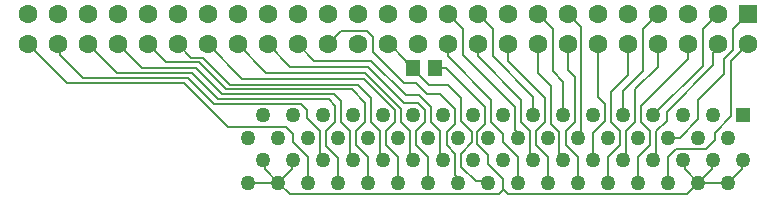
<source format=gbl>
G04*
G04 #@! TF.GenerationSoftware,Altium Limited,Altium Designer,20.2.6 (244)*
G04*
G04 Layer_Physical_Order=2*
G04 Layer_Color=16711680*
%FSAX24Y24*%
%MOIN*%
G70*
G04*
G04 #@! TF.SameCoordinates,4ACB88D7-B294-410B-95FA-DE5AC106DB3D*
G04*
G04*
G04 #@! TF.FilePolarity,Positive*
G04*
G01*
G75*
%ADD18C,0.0080*%
%ADD19C,0.0500*%
%ADD20R,0.0500X0.0500*%
%ADD21C,0.0630*%
%ADD22R,0.0630X0.0630*%
%ADD23R,0.0512X0.0551*%
D18*
X232742Y132115D02*
X234032Y130825D01*
X237949D01*
X239409Y129365D01*
X241339D01*
X248189Y129515D02*
X248589Y129115D01*
Y128865D02*
X249089Y128365D01*
X248589Y128865D02*
Y129115D01*
X248089Y128115D02*
Y128415D01*
X247719Y128785D02*
Y129195D01*
Y128785D02*
X248089Y128415D01*
X247989Y129465D02*
Y130015D01*
X247719Y129195D02*
X247989Y129465D01*
X247559Y128835D02*
Y129195D01*
X247189Y129565D02*
Y130315D01*
Y129565D02*
X247559Y129195D01*
X246689Y131315D02*
X247989Y130015D01*
X248189Y129515D02*
Y130265D01*
X246742Y131712D02*
X248189Y130265D01*
X248089Y128115D02*
X248582Y127622D01*
Y127265D02*
Y127622D01*
X242742Y132115D02*
X243192Y132565D01*
X244039D02*
X244239Y132365D01*
X243192Y132565D02*
X244039D01*
X237742Y132115D02*
X238192Y131665D01*
X238199Y131155D02*
X239069Y130285D01*
X233818Y131736D02*
X234569Y130985D01*
X235742Y132115D02*
X236542Y131315D01*
X236742Y132115D02*
X237352Y131505D01*
X238449D01*
X234569Y130985D02*
X238069D01*
X234742Y132115D02*
X235702Y131155D01*
X238199D01*
X238449Y131505D02*
X239349Y130605D01*
X238069Y130985D02*
X238929Y130125D01*
X238192Y131665D02*
X238589D01*
X238339Y131315D02*
X239209Y130445D01*
X236542Y131315D02*
X238339D01*
X238589Y131665D02*
X239489Y130765D01*
X246039Y130465D02*
X246489D01*
X246989Y129465D02*
Y129965D01*
X246489Y130465D02*
X246989Y129965D01*
X252189Y129515D02*
Y130515D01*
X252742Y131068D02*
Y132115D01*
X252189Y130515D02*
X252742Y131068D01*
X252589Y129740D02*
Y130565D01*
X253239Y131215D02*
Y132612D01*
X252589Y130565D02*
X253239Y131215D01*
X252989Y129515D02*
Y130615D01*
X253739Y131365D02*
Y132112D01*
X252989Y130615D02*
X253739Y131365D01*
X250189Y129465D02*
Y130715D01*
X249742Y131162D02*
Y132115D01*
Y131162D02*
X250189Y130715D01*
X250742Y133115D02*
X251189Y132668D01*
Y129247D02*
Y132668D01*
X247189Y128015D02*
Y128465D01*
Y128015D02*
X247670Y127534D01*
X248045D01*
X248089Y127490D01*
X243089D02*
Y128315D01*
X242689Y128715D02*
Y129215D01*
Y128715D02*
X243089Y128315D01*
X243689Y128765D02*
Y129215D01*
Y128765D02*
X244089Y128365D01*
Y127490D02*
Y128365D01*
X245089Y127490D02*
Y128365D01*
X244689Y128765D02*
Y129215D01*
Y128765D02*
X245089Y128365D01*
X246719Y128735D02*
Y129195D01*
X246989Y127747D02*
Y128465D01*
X246719Y128735D02*
X246989Y128465D01*
X247189D02*
X247559Y128835D01*
X255639Y128915D02*
Y129165D01*
X256189Y129715D02*
Y131562D01*
X255639Y129165D02*
X256189Y129715D01*
X252489Y128765D02*
Y129215D01*
X252189Y129515D02*
X252489Y129215D01*
X251589Y128240D02*
Y129165D01*
X251989Y129565D02*
Y130115D01*
X251589Y129165D02*
X251989Y129565D01*
X250689Y128765D02*
Y129215D01*
X250989Y129515D02*
Y131015D01*
X250689Y129215D02*
X250989Y129515D01*
X249189Y129515D02*
Y130265D01*
X249489Y128497D02*
Y129215D01*
X249189Y129515D02*
X249489Y129215D01*
X247239Y131765D02*
X248989Y130015D01*
X249009Y129070D02*
Y129227D01*
Y129070D02*
X249089Y128990D01*
X248989Y129247D02*
X249009Y129227D01*
X248989Y129247D02*
Y130015D01*
X247742Y131712D02*
X249189Y130265D01*
X246719Y129195D02*
X246989Y129465D01*
X245689Y128765D02*
Y129215D01*
X245989Y129515D02*
Y129915D01*
X245689Y129215D02*
X245989Y129515D01*
X244989D02*
Y129915D01*
X244689Y129215D02*
X244989Y129515D01*
X242039Y129665D02*
Y129915D01*
X242489Y128497D02*
Y129215D01*
X242039Y129665D02*
X242489Y129215D01*
X242989Y129515D02*
Y130065D01*
X242689Y129215D02*
X242989Y129515D01*
X243189Y129515D02*
Y130215D01*
X243489Y128497D02*
Y129215D01*
X243189Y129515D02*
X243489Y129215D01*
X239209Y130445D02*
X242959D01*
X243189Y130215D01*
X239069Y130285D02*
X242769D01*
X242989Y130065D01*
X239489Y130765D02*
X243739D01*
X239349Y130605D02*
X243549D01*
X238929Y130125D02*
X241829D01*
X244239Y131865D02*
Y132365D01*
X245289Y130815D02*
X245689D01*
X244239Y131865D02*
X245289Y130815D01*
X246742Y131712D02*
Y132115D01*
X241829Y130125D02*
X242039Y129915D01*
X244189Y129515D02*
Y130315D01*
X243739Y130765D02*
X244189Y130315D01*
X243989Y129515D02*
Y130165D01*
X243549Y130605D02*
X243989Y130165D01*
X254089Y127490D02*
Y128365D01*
X254339Y128615D02*
X255339D01*
X254089Y128365D02*
X254339Y128615D01*
X241339Y129365D02*
X241589Y129115D01*
Y128849D02*
X242089Y128349D01*
X241589Y128849D02*
Y129115D01*
X242089Y127490D02*
Y128349D01*
X240742Y132115D02*
X241492Y131365D01*
X244089D01*
X239742Y132115D02*
X240692Y131165D01*
X243989D01*
X238742Y132115D02*
X239892Y130965D01*
X243939D01*
X242292Y131565D02*
X244189D01*
X241742Y132115D02*
X242292Y131565D01*
X243989Y131165D02*
X245189Y129965D01*
X244189Y131565D02*
X245339Y130415D01*
X244089Y131365D02*
X245289Y130165D01*
X243939Y130965D02*
X244989Y129915D01*
X245689Y130815D02*
X246039Y130465D01*
X245339Y130415D02*
X245789D01*
X246189Y130015D01*
X245289Y130165D02*
X245739D01*
X245989Y129915D01*
X244765Y132139D02*
X245349Y131555D01*
Y131531D02*
Y131555D01*
Y131531D02*
X245565Y131315D01*
X246095Y130765D02*
X246739D01*
X245565Y131295D02*
Y131315D01*
Y131295D02*
X245781Y131079D01*
X245781D02*
X246095Y130765D01*
X245781Y131079D02*
X245781D01*
X246313Y131315D02*
X246689D01*
X246189Y129515D02*
Y130015D01*
Y129515D02*
X246489Y129215D01*
X245189Y129515D02*
Y129965D01*
X244189Y129515D02*
X244489Y129215D01*
X244509Y128320D02*
X244589Y128240D01*
X244509Y128320D02*
Y128477D01*
X244489Y128497D02*
X244509Y128477D01*
X244489Y128497D02*
Y129215D01*
X243689D02*
X243989Y129515D01*
X243509Y128320D02*
X243589Y128240D01*
X243509Y128320D02*
Y128477D01*
X243489Y128497D02*
X243509Y128477D01*
X233742Y132115D02*
X233818Y132039D01*
Y131736D02*
Y132039D01*
X242509Y128320D02*
X242589Y128240D01*
X242509Y128320D02*
Y128477D01*
X242489Y128497D02*
X242509Y128477D01*
X251739Y132112D02*
X251742Y132115D01*
X251739Y130365D02*
Y132112D01*
Y130365D02*
X251989Y130115D01*
X252689Y129215D02*
X252989Y129515D01*
X252589Y128240D02*
X252669Y128320D01*
Y128477D01*
X252689Y128497D02*
Y129215D01*
X252669Y128477D02*
X252689Y128497D01*
X252089Y127490D02*
Y128365D01*
X252489Y128765D01*
X253739Y132112D02*
X253742Y132115D01*
X254742Y131618D02*
Y132115D01*
X253189Y130065D02*
X254742Y131618D01*
X253189Y129515D02*
Y130065D01*
Y129515D02*
X253489Y129215D01*
X253089Y128365D02*
X253489Y128765D01*
Y129215D01*
X253089Y127490D02*
Y128365D01*
X253689Y129215D02*
X254039Y129565D01*
X253589Y128240D02*
X253669Y128320D01*
Y128477D01*
X253689Y128497D01*
Y129215D01*
X251089Y128990D02*
X251169Y129070D01*
Y129227D01*
X251189Y129247D01*
X250739Y131265D02*
X250989Y131015D01*
X250739Y132112D02*
X250742Y132115D01*
X250739Y131265D02*
Y132112D01*
X251089Y127490D02*
Y128365D01*
X250689Y128765D02*
X251089Y128365D01*
X250189Y129465D02*
X250459Y129195D01*
X250589Y128240D02*
Y128354D01*
X250459Y128484D02*
X250589Y128354D01*
X250459Y128484D02*
Y129195D01*
X248739Y131565D02*
Y132112D01*
Y131565D02*
X249989Y130315D01*
Y129515D02*
Y130315D01*
X248239Y131715D02*
Y132618D01*
Y131715D02*
X249589Y130365D01*
Y129740D02*
Y130365D01*
X248739Y132112D02*
X248742Y132115D01*
X249689Y129215D02*
X249989Y129515D01*
X246509Y128320D02*
X246589Y128240D01*
X246509Y128320D02*
Y128477D01*
X246489Y128497D02*
X246509Y128477D01*
X246489Y128497D02*
Y129215D01*
X245189Y129515D02*
X245489Y129215D01*
X245509Y128320D02*
X245589Y128240D01*
X245509Y128320D02*
Y128477D01*
X245489Y128497D02*
X245509Y128477D01*
X245489Y128497D02*
Y129215D01*
X246089Y127490D02*
Y128365D01*
X245689Y128765D02*
X246089Y128365D01*
X247009Y127570D02*
X247089Y127490D01*
X247009Y127570D02*
Y127727D01*
X246989Y127747D02*
X247009Y127727D01*
X246739Y130765D02*
X247189Y130315D01*
X255089Y129615D02*
Y130265D01*
X254464Y128990D02*
X255089Y129615D01*
X249509Y128320D02*
Y128477D01*
X249489Y128497D02*
X249509Y128477D01*
X253239Y132612D02*
X253742Y133115D01*
X249509Y128320D02*
X249589Y128240D01*
X247742Y131712D02*
Y132115D01*
X255089Y127490D02*
X255532Y127933D01*
X254646D02*
Y128183D01*
X254039Y129865D02*
X255589Y131415D01*
X255089Y130265D02*
X255939Y131115D01*
X255532Y127933D02*
Y128183D01*
X254646Y127933D02*
X255089Y127490D01*
X240089D02*
X241089D01*
X255532Y128183D02*
X255589Y128240D01*
X254089Y128990D02*
X254464D01*
X240646Y127933D02*
Y128183D01*
X254589Y128240D02*
X254646Y128183D01*
X240646Y127933D02*
X241089Y127490D01*
X240589Y128240D02*
X240646Y128183D01*
X255939Y131115D02*
Y131615D01*
X255589Y131415D02*
Y131813D01*
X256239Y132612D02*
X256742Y133115D01*
X256239Y131915D02*
Y132612D01*
X249089Y127490D02*
Y128365D01*
X256089Y127490D02*
X256532Y127933D01*
Y128183D01*
X246742Y133115D02*
X247239Y132618D01*
X256532Y128183D02*
X256589Y128240D01*
X255339Y128615D02*
X255639Y128915D01*
X247239Y131765D02*
Y132618D01*
X248432Y127115D02*
X248582Y127265D01*
X247742Y133115D02*
X248239Y132618D01*
X249742Y133115D02*
X250239Y132618D01*
X255742Y131966D02*
Y132115D01*
X255589Y131813D02*
X255742Y131966D01*
X241089Y127490D02*
X241464Y127115D01*
X248582Y127265D02*
X248596D01*
X255239Y132612D02*
X255742Y133115D01*
X254039Y129565D02*
Y129865D01*
X241464Y127115D02*
X248432D01*
X250239Y131215D02*
Y132618D01*
X255939Y131615D02*
X256239Y131915D01*
X255239Y131390D02*
Y132612D01*
X250089Y127490D02*
Y128365D01*
X253589Y129740D02*
X255239Y131390D01*
X250589Y129740D02*
Y130865D01*
X250239Y131215D02*
X250589Y130865D01*
X254714Y127115D02*
X255089Y127490D01*
X249689Y128765D02*
Y129215D01*
Y128765D02*
X250089Y128365D01*
X248596Y127265D02*
X248746Y127115D01*
X241089Y127490D02*
X241532Y127933D01*
Y128183D02*
X241589Y128240D01*
X241532Y127933D02*
Y128183D01*
X256189Y131562D02*
X256742Y132115D01*
X255089Y127490D02*
X256089D01*
X248746Y127115D02*
X254714D01*
D19*
X256089Y127490D02*
D03*
X252089D02*
D03*
X248089D02*
D03*
X244089D02*
D03*
X240089D02*
D03*
X256089Y128990D02*
D03*
X254589Y128240D02*
D03*
X252089Y128990D02*
D03*
X250589Y128240D02*
D03*
X248089Y128990D02*
D03*
X246589Y128240D02*
D03*
X244089Y128990D02*
D03*
X242589Y128240D02*
D03*
X240089Y128990D02*
D03*
X254589Y129740D02*
D03*
X250589D02*
D03*
X246589D02*
D03*
X242589D02*
D03*
X254089Y127490D02*
D03*
X253089D02*
D03*
X251089D02*
D03*
X250089D02*
D03*
X246089D02*
D03*
X247089D02*
D03*
X245089D02*
D03*
X243089D02*
D03*
X242089D02*
D03*
X241089D02*
D03*
X256589Y128240D02*
D03*
X253589D02*
D03*
X252589D02*
D03*
X254089Y128990D02*
D03*
X253089D02*
D03*
X249589Y128240D02*
D03*
X251589D02*
D03*
X251089Y128990D02*
D03*
X250089D02*
D03*
X247589Y128240D02*
D03*
X248589D02*
D03*
X247089Y128990D02*
D03*
X246089D02*
D03*
X244589Y128240D02*
D03*
X243589D02*
D03*
X243089Y128990D02*
D03*
X245089D02*
D03*
X241589Y128240D02*
D03*
X240589D02*
D03*
X241089Y128990D02*
D03*
X242089D02*
D03*
X252589Y129740D02*
D03*
X253589D02*
D03*
X249589D02*
D03*
X251589D02*
D03*
X248589D02*
D03*
X247589D02*
D03*
X244589D02*
D03*
X243589D02*
D03*
X240589D02*
D03*
X241589D02*
D03*
X249089Y127490D02*
D03*
X255089D02*
D03*
X255589Y128240D02*
D03*
X245589D02*
D03*
X255089Y128990D02*
D03*
X249089D02*
D03*
X255589Y129740D02*
D03*
X245589D02*
D03*
D20*
X256589D02*
D03*
D21*
X236742Y133115D02*
D03*
Y132115D02*
D03*
X235742Y133115D02*
D03*
X234742Y133115D02*
D03*
X233742D02*
D03*
X232742D02*
D03*
X235742Y132115D02*
D03*
X234742Y132115D02*
D03*
X233742D02*
D03*
X232742D02*
D03*
X247742D02*
D03*
X246742D02*
D03*
Y133115D02*
D03*
X247742D02*
D03*
X248742Y132115D02*
D03*
X249742Y132115D02*
D03*
X248742Y133115D02*
D03*
X249742Y133115D02*
D03*
X256742Y132115D02*
D03*
X255742Y133115D02*
D03*
Y132115D02*
D03*
X254742Y133115D02*
D03*
Y132115D02*
D03*
X253742Y133115D02*
D03*
Y132115D02*
D03*
X252742Y133115D02*
D03*
X251742D02*
D03*
X252742Y132115D02*
D03*
X251742D02*
D03*
X250742Y133115D02*
D03*
Y132115D02*
D03*
X245742Y133115D02*
D03*
Y132115D02*
D03*
X244742Y133115D02*
D03*
X243742Y133115D02*
D03*
X242742D02*
D03*
X241742D02*
D03*
X244742Y132115D02*
D03*
X243742Y132115D02*
D03*
X242742D02*
D03*
X241742D02*
D03*
X240742Y133115D02*
D03*
X239742Y133115D02*
D03*
X238742Y133115D02*
D03*
X237742D02*
D03*
X240742Y132115D02*
D03*
X239742Y132115D02*
D03*
X238742Y132115D02*
D03*
X237742D02*
D03*
D22*
X256742Y133115D02*
D03*
D23*
X246313Y131315D02*
D03*
X245565D02*
D03*
M02*

</source>
